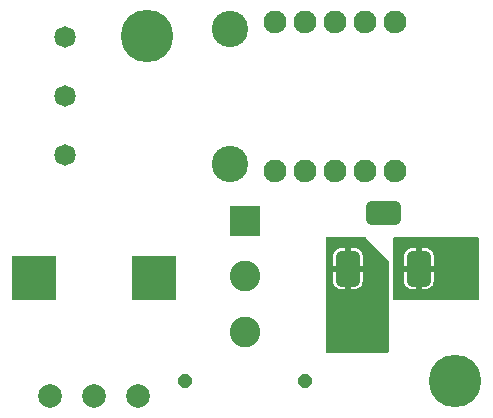
<source format=gbr>
G04 EAGLE Gerber RS-274X export*
G75*
%MOMM*%
%FSLAX34Y34*%
%LPD*%
%INBottom Copper*%
%IPPOS*%
%AMOC8*
5,1,8,0,0,1.08239X$1,22.5*%
G01*
%ADD10C,1.930400*%
%ADD11C,3.080000*%
%ADD12C,2.000000*%
%ADD13R,3.816000X3.816000*%
%ADD14R,2.590000X2.590000*%
%ADD15C,2.590000*%
%ADD16C,1.820000*%
%ADD17C,1.000000*%
%ADD18C,4.445000*%
%ADD19P,1.231672X8X22.500000*%
%ADD20C,0.654800*%

G36*
X336668Y62246D02*
X336668Y62246D01*
X336787Y62253D01*
X336825Y62266D01*
X336866Y62271D01*
X336976Y62314D01*
X337089Y62351D01*
X337124Y62373D01*
X337161Y62388D01*
X337257Y62458D01*
X337358Y62521D01*
X337386Y62551D01*
X337419Y62574D01*
X337495Y62666D01*
X337576Y62753D01*
X337596Y62788D01*
X337621Y62819D01*
X337672Y62927D01*
X337730Y63031D01*
X337740Y63071D01*
X337757Y63107D01*
X337779Y63224D01*
X337809Y63339D01*
X337813Y63400D01*
X337817Y63420D01*
X337815Y63440D01*
X337819Y63500D01*
X337819Y139700D01*
X337807Y139798D01*
X337804Y139897D01*
X337787Y139955D01*
X337779Y140016D01*
X337743Y140108D01*
X337715Y140203D01*
X337685Y140255D01*
X337662Y140311D01*
X337604Y140391D01*
X337554Y140477D01*
X337488Y140552D01*
X337476Y140569D01*
X337466Y140576D01*
X337448Y140598D01*
X318398Y159648D01*
X318319Y159708D01*
X318247Y159776D01*
X318194Y159805D01*
X318146Y159842D01*
X318055Y159882D01*
X317969Y159930D01*
X317910Y159945D01*
X317854Y159969D01*
X317756Y159984D01*
X317661Y160009D01*
X317561Y160015D01*
X317540Y160019D01*
X317528Y160017D01*
X317500Y160019D01*
X285750Y160019D01*
X285632Y160004D01*
X285513Y159997D01*
X285475Y159984D01*
X285434Y159979D01*
X285324Y159936D01*
X285211Y159899D01*
X285176Y159877D01*
X285139Y159862D01*
X285043Y159793D01*
X284942Y159729D01*
X284914Y159699D01*
X284881Y159676D01*
X284806Y159584D01*
X284724Y159497D01*
X284704Y159462D01*
X284679Y159431D01*
X284628Y159323D01*
X284570Y159219D01*
X284560Y159179D01*
X284543Y159143D01*
X284521Y159026D01*
X284491Y158911D01*
X284487Y158851D01*
X284483Y158831D01*
X284485Y158810D01*
X284481Y158750D01*
X284481Y63500D01*
X284496Y63382D01*
X284503Y63263D01*
X284516Y63225D01*
X284521Y63184D01*
X284564Y63074D01*
X284601Y62961D01*
X284623Y62926D01*
X284638Y62889D01*
X284708Y62793D01*
X284771Y62692D01*
X284801Y62664D01*
X284824Y62631D01*
X284916Y62556D01*
X285003Y62474D01*
X285038Y62454D01*
X285069Y62429D01*
X285177Y62378D01*
X285281Y62320D01*
X285321Y62310D01*
X285357Y62293D01*
X285474Y62271D01*
X285589Y62241D01*
X285650Y62237D01*
X285670Y62233D01*
X285690Y62235D01*
X285750Y62231D01*
X336550Y62231D01*
X336668Y62246D01*
G37*
G36*
X412868Y106696D02*
X412868Y106696D01*
X412987Y106703D01*
X413025Y106716D01*
X413066Y106721D01*
X413176Y106764D01*
X413289Y106801D01*
X413324Y106823D01*
X413361Y106838D01*
X413457Y106908D01*
X413558Y106971D01*
X413586Y107001D01*
X413619Y107024D01*
X413695Y107116D01*
X413776Y107203D01*
X413796Y107238D01*
X413821Y107269D01*
X413872Y107377D01*
X413930Y107481D01*
X413940Y107521D01*
X413957Y107557D01*
X413979Y107674D01*
X414009Y107789D01*
X414013Y107850D01*
X414017Y107870D01*
X414015Y107890D01*
X414019Y107950D01*
X414019Y158750D01*
X414004Y158868D01*
X413997Y158987D01*
X413984Y159025D01*
X413979Y159066D01*
X413936Y159176D01*
X413899Y159289D01*
X413877Y159324D01*
X413862Y159361D01*
X413793Y159457D01*
X413729Y159558D01*
X413699Y159586D01*
X413676Y159619D01*
X413584Y159695D01*
X413497Y159776D01*
X413462Y159796D01*
X413431Y159821D01*
X413323Y159872D01*
X413219Y159930D01*
X413179Y159940D01*
X413143Y159957D01*
X413026Y159979D01*
X412911Y160009D01*
X412851Y160013D01*
X412831Y160017D01*
X412810Y160015D01*
X412750Y160019D01*
X342900Y160019D01*
X342782Y160004D01*
X342663Y159997D01*
X342625Y159984D01*
X342584Y159979D01*
X342474Y159936D01*
X342361Y159899D01*
X342326Y159877D01*
X342289Y159862D01*
X342193Y159793D01*
X342092Y159729D01*
X342064Y159699D01*
X342031Y159676D01*
X341956Y159584D01*
X341874Y159497D01*
X341854Y159462D01*
X341829Y159431D01*
X341778Y159323D01*
X341720Y159219D01*
X341710Y159179D01*
X341693Y159143D01*
X341671Y159026D01*
X341641Y158911D01*
X341637Y158851D01*
X341633Y158831D01*
X341635Y158810D01*
X341634Y158806D01*
X341633Y158801D01*
X341634Y158795D01*
X341631Y158750D01*
X341631Y107950D01*
X341646Y107832D01*
X341653Y107713D01*
X341666Y107675D01*
X341671Y107634D01*
X341714Y107524D01*
X341751Y107411D01*
X341773Y107376D01*
X341788Y107339D01*
X341858Y107243D01*
X341921Y107142D01*
X341951Y107114D01*
X341974Y107081D01*
X342066Y107006D01*
X342153Y106924D01*
X342188Y106904D01*
X342219Y106879D01*
X342327Y106828D01*
X342431Y106770D01*
X342471Y106760D01*
X342507Y106743D01*
X342624Y106721D01*
X342739Y106691D01*
X342800Y106687D01*
X342820Y106683D01*
X342840Y106685D01*
X342900Y106681D01*
X412750Y106681D01*
X412868Y106696D01*
G37*
%LPC*%
G36*
X305839Y120990D02*
X305839Y120990D01*
X305824Y121108D01*
X305817Y121227D01*
X305804Y121265D01*
X305799Y121306D01*
X305755Y121416D01*
X305719Y121529D01*
X305697Y121564D01*
X305682Y121601D01*
X305612Y121697D01*
X305549Y121798D01*
X305519Y121826D01*
X305495Y121859D01*
X305404Y121935D01*
X305317Y122016D01*
X305282Y122036D01*
X305250Y122061D01*
X305143Y122112D01*
X305039Y122170D01*
X304999Y122180D01*
X304963Y122197D01*
X304846Y122219D01*
X304731Y122249D01*
X304670Y122253D01*
X304650Y122257D01*
X304630Y122255D01*
X304570Y122259D01*
X302030Y122259D01*
X301912Y122244D01*
X301793Y122237D01*
X301755Y122224D01*
X301715Y122219D01*
X301604Y122176D01*
X301491Y122139D01*
X301456Y122117D01*
X301419Y122102D01*
X301323Y122033D01*
X301222Y121969D01*
X301194Y121939D01*
X301161Y121916D01*
X301086Y121824D01*
X301004Y121737D01*
X300984Y121702D01*
X300959Y121671D01*
X300908Y121563D01*
X300850Y121459D01*
X300840Y121419D01*
X300823Y121383D01*
X300801Y121266D01*
X300771Y121151D01*
X300767Y121091D01*
X300763Y121071D01*
X300765Y121050D01*
X300761Y120990D01*
X300761Y115809D01*
X297557Y115809D01*
X296100Y116099D01*
X294728Y116667D01*
X293493Y117493D01*
X292443Y118543D01*
X291617Y119778D01*
X291049Y121150D01*
X290759Y122607D01*
X290759Y130811D01*
X294440Y130811D01*
X294558Y130826D01*
X294677Y130833D01*
X294715Y130846D01*
X294756Y130851D01*
X294866Y130894D01*
X294979Y130931D01*
X295014Y130953D01*
X295051Y130968D01*
X295147Y131038D01*
X295248Y131101D01*
X295276Y131131D01*
X295309Y131155D01*
X295385Y131246D01*
X295466Y131333D01*
X295486Y131368D01*
X295511Y131399D01*
X295562Y131507D01*
X295620Y131611D01*
X295630Y131651D01*
X295647Y131687D01*
X295669Y131804D01*
X295699Y131919D01*
X295703Y131980D01*
X295707Y132000D01*
X295705Y132020D01*
X295709Y132080D01*
X295709Y134620D01*
X295694Y134738D01*
X295687Y134857D01*
X295674Y134895D01*
X295669Y134935D01*
X295626Y135046D01*
X295589Y135159D01*
X295567Y135194D01*
X295552Y135231D01*
X295483Y135327D01*
X295419Y135428D01*
X295389Y135456D01*
X295366Y135488D01*
X295274Y135564D01*
X295187Y135646D01*
X295152Y135665D01*
X295121Y135691D01*
X295013Y135742D01*
X294909Y135799D01*
X294869Y135810D01*
X294833Y135827D01*
X294716Y135849D01*
X294601Y135879D01*
X294541Y135883D01*
X294521Y135887D01*
X294500Y135885D01*
X294440Y135889D01*
X290759Y135889D01*
X290759Y144093D01*
X291049Y145550D01*
X291617Y146922D01*
X292443Y148157D01*
X293493Y149207D01*
X294728Y150033D01*
X296100Y150601D01*
X297557Y150891D01*
X300761Y150891D01*
X300761Y145710D01*
X300776Y145592D01*
X300783Y145473D01*
X300796Y145435D01*
X300801Y145394D01*
X300844Y145284D01*
X300881Y145171D01*
X300903Y145136D01*
X300918Y145099D01*
X300988Y145003D01*
X301051Y144902D01*
X301081Y144874D01*
X301105Y144841D01*
X301196Y144765D01*
X301283Y144684D01*
X301318Y144664D01*
X301349Y144639D01*
X301457Y144588D01*
X301561Y144530D01*
X301601Y144520D01*
X301637Y144503D01*
X301754Y144481D01*
X301869Y144451D01*
X301930Y144447D01*
X301950Y144443D01*
X301970Y144445D01*
X302030Y144441D01*
X304570Y144441D01*
X304688Y144456D01*
X304807Y144463D01*
X304845Y144476D01*
X304885Y144481D01*
X304996Y144524D01*
X305109Y144561D01*
X305144Y144583D01*
X305181Y144598D01*
X305277Y144667D01*
X305378Y144731D01*
X305406Y144761D01*
X305438Y144784D01*
X305514Y144876D01*
X305596Y144963D01*
X305615Y144998D01*
X305641Y145029D01*
X305692Y145137D01*
X305749Y145241D01*
X305760Y145281D01*
X305777Y145317D01*
X305799Y145434D01*
X305829Y145549D01*
X305833Y145609D01*
X305837Y145629D01*
X305835Y145650D01*
X305839Y145710D01*
X305839Y150891D01*
X309043Y150891D01*
X310500Y150601D01*
X311872Y150033D01*
X313107Y149207D01*
X314157Y148157D01*
X314983Y146922D01*
X315551Y145550D01*
X315841Y144093D01*
X315841Y135889D01*
X312160Y135889D01*
X312042Y135874D01*
X311923Y135867D01*
X311885Y135854D01*
X311844Y135849D01*
X311734Y135805D01*
X311621Y135769D01*
X311586Y135747D01*
X311549Y135732D01*
X311453Y135662D01*
X311352Y135599D01*
X311324Y135569D01*
X311291Y135545D01*
X311215Y135454D01*
X311134Y135367D01*
X311114Y135332D01*
X311089Y135300D01*
X311038Y135193D01*
X310980Y135089D01*
X310970Y135049D01*
X310953Y135013D01*
X310931Y134896D01*
X310901Y134781D01*
X310897Y134720D01*
X310893Y134700D01*
X310895Y134680D01*
X310891Y134620D01*
X310891Y132080D01*
X310906Y131962D01*
X310913Y131843D01*
X310926Y131805D01*
X310931Y131765D01*
X310974Y131654D01*
X311011Y131541D01*
X311033Y131506D01*
X311048Y131469D01*
X311117Y131373D01*
X311181Y131272D01*
X311211Y131244D01*
X311234Y131211D01*
X311326Y131136D01*
X311413Y131054D01*
X311448Y131034D01*
X311479Y131009D01*
X311587Y130958D01*
X311691Y130900D01*
X311731Y130890D01*
X311767Y130873D01*
X311884Y130851D01*
X311999Y130821D01*
X312059Y130817D01*
X312079Y130813D01*
X312100Y130815D01*
X312160Y130811D01*
X315841Y130811D01*
X315841Y122607D01*
X315551Y121150D01*
X314983Y119778D01*
X314157Y118543D01*
X313107Y117493D01*
X311872Y116667D01*
X310500Y116099D01*
X309043Y115809D01*
X305839Y115809D01*
X305839Y120990D01*
G37*
%LPD*%
%LPC*%
G36*
X365839Y120990D02*
X365839Y120990D01*
X365824Y121108D01*
X365817Y121227D01*
X365804Y121265D01*
X365799Y121306D01*
X365755Y121416D01*
X365719Y121529D01*
X365697Y121564D01*
X365682Y121601D01*
X365612Y121697D01*
X365549Y121798D01*
X365519Y121826D01*
X365495Y121859D01*
X365404Y121935D01*
X365317Y122016D01*
X365282Y122036D01*
X365250Y122061D01*
X365143Y122112D01*
X365039Y122170D01*
X364999Y122180D01*
X364963Y122197D01*
X364846Y122219D01*
X364731Y122249D01*
X364670Y122253D01*
X364650Y122257D01*
X364630Y122255D01*
X364570Y122259D01*
X362030Y122259D01*
X361912Y122244D01*
X361793Y122237D01*
X361755Y122224D01*
X361715Y122219D01*
X361604Y122176D01*
X361491Y122139D01*
X361456Y122117D01*
X361419Y122102D01*
X361323Y122033D01*
X361222Y121969D01*
X361194Y121939D01*
X361161Y121916D01*
X361086Y121824D01*
X361004Y121737D01*
X360984Y121702D01*
X360959Y121671D01*
X360908Y121563D01*
X360850Y121459D01*
X360840Y121419D01*
X360823Y121383D01*
X360801Y121266D01*
X360771Y121151D01*
X360767Y121091D01*
X360763Y121071D01*
X360765Y121050D01*
X360761Y120990D01*
X360761Y115809D01*
X357557Y115809D01*
X356100Y116099D01*
X354728Y116667D01*
X353493Y117493D01*
X352443Y118543D01*
X351617Y119778D01*
X351049Y121150D01*
X350759Y122607D01*
X350759Y130811D01*
X354440Y130811D01*
X354558Y130826D01*
X354677Y130833D01*
X354715Y130846D01*
X354756Y130851D01*
X354866Y130894D01*
X354979Y130931D01*
X355014Y130953D01*
X355051Y130968D01*
X355147Y131038D01*
X355248Y131101D01*
X355276Y131131D01*
X355309Y131155D01*
X355385Y131246D01*
X355466Y131333D01*
X355486Y131368D01*
X355511Y131399D01*
X355562Y131507D01*
X355620Y131611D01*
X355630Y131651D01*
X355647Y131687D01*
X355669Y131804D01*
X355699Y131919D01*
X355703Y131980D01*
X355707Y132000D01*
X355705Y132020D01*
X355709Y132080D01*
X355709Y134620D01*
X355694Y134738D01*
X355687Y134857D01*
X355674Y134895D01*
X355669Y134935D01*
X355626Y135046D01*
X355589Y135159D01*
X355567Y135194D01*
X355552Y135231D01*
X355483Y135327D01*
X355419Y135428D01*
X355389Y135456D01*
X355366Y135488D01*
X355274Y135564D01*
X355187Y135646D01*
X355152Y135665D01*
X355121Y135691D01*
X355013Y135742D01*
X354909Y135799D01*
X354869Y135810D01*
X354833Y135827D01*
X354716Y135849D01*
X354601Y135879D01*
X354541Y135883D01*
X354521Y135887D01*
X354500Y135885D01*
X354440Y135889D01*
X350759Y135889D01*
X350759Y144093D01*
X351049Y145550D01*
X351617Y146922D01*
X352443Y148157D01*
X353493Y149207D01*
X354728Y150033D01*
X356100Y150601D01*
X357557Y150891D01*
X360761Y150891D01*
X360761Y145710D01*
X360776Y145592D01*
X360783Y145473D01*
X360796Y145435D01*
X360801Y145394D01*
X360844Y145284D01*
X360881Y145171D01*
X360903Y145136D01*
X360918Y145099D01*
X360988Y145003D01*
X361051Y144902D01*
X361081Y144874D01*
X361105Y144841D01*
X361196Y144765D01*
X361283Y144684D01*
X361318Y144664D01*
X361349Y144639D01*
X361457Y144588D01*
X361561Y144530D01*
X361601Y144520D01*
X361637Y144503D01*
X361754Y144481D01*
X361869Y144451D01*
X361930Y144447D01*
X361950Y144443D01*
X361970Y144445D01*
X362030Y144441D01*
X364570Y144441D01*
X364688Y144456D01*
X364807Y144463D01*
X364845Y144476D01*
X364885Y144481D01*
X364996Y144524D01*
X365109Y144561D01*
X365144Y144583D01*
X365181Y144598D01*
X365277Y144667D01*
X365378Y144731D01*
X365406Y144761D01*
X365438Y144784D01*
X365514Y144876D01*
X365596Y144963D01*
X365615Y144998D01*
X365641Y145029D01*
X365692Y145137D01*
X365749Y145241D01*
X365760Y145281D01*
X365777Y145317D01*
X365799Y145434D01*
X365829Y145549D01*
X365833Y145609D01*
X365837Y145629D01*
X365835Y145650D01*
X365839Y145710D01*
X365839Y150891D01*
X369043Y150891D01*
X370500Y150601D01*
X371872Y150033D01*
X373107Y149207D01*
X374157Y148157D01*
X374983Y146922D01*
X375551Y145550D01*
X375841Y144093D01*
X375841Y135889D01*
X372160Y135889D01*
X372042Y135874D01*
X371923Y135867D01*
X371885Y135854D01*
X371844Y135849D01*
X371734Y135805D01*
X371621Y135769D01*
X371586Y135747D01*
X371549Y135732D01*
X371453Y135662D01*
X371352Y135599D01*
X371324Y135569D01*
X371291Y135545D01*
X371215Y135454D01*
X371134Y135367D01*
X371114Y135332D01*
X371089Y135300D01*
X371038Y135193D01*
X370980Y135089D01*
X370970Y135049D01*
X370953Y135013D01*
X370931Y134896D01*
X370901Y134781D01*
X370897Y134720D01*
X370893Y134700D01*
X370894Y134689D01*
X370893Y134685D01*
X370894Y134672D01*
X370891Y134620D01*
X370891Y132080D01*
X370906Y131962D01*
X370913Y131843D01*
X370926Y131805D01*
X370931Y131765D01*
X370974Y131654D01*
X371011Y131541D01*
X371033Y131506D01*
X371048Y131469D01*
X371117Y131373D01*
X371181Y131272D01*
X371211Y131244D01*
X371234Y131211D01*
X371326Y131136D01*
X371413Y131054D01*
X371448Y131034D01*
X371479Y131009D01*
X371587Y130958D01*
X371691Y130900D01*
X371731Y130890D01*
X371767Y130873D01*
X371884Y130851D01*
X371999Y130821D01*
X372059Y130817D01*
X372079Y130813D01*
X372100Y130815D01*
X372160Y130811D01*
X375841Y130811D01*
X375841Y122607D01*
X375551Y121150D01*
X374983Y119778D01*
X374157Y118543D01*
X373107Y117493D01*
X371872Y116667D01*
X370500Y116099D01*
X369043Y115809D01*
X365839Y115809D01*
X365839Y120990D01*
G37*
%LPD*%
D10*
X342900Y342646D03*
X317500Y342646D03*
X292100Y342646D03*
X266700Y342646D03*
X241300Y342646D03*
X241300Y215900D03*
X266700Y215900D03*
X292100Y215900D03*
X317500Y215900D03*
X342900Y215900D03*
D11*
X203200Y336550D03*
X203200Y222250D03*
D12*
X50800Y25400D03*
X125730Y25400D03*
X88265Y25400D03*
D13*
X138811Y125222D03*
X37719Y125222D03*
D14*
X215900Y174000D03*
D15*
X215900Y127000D03*
X215900Y80000D03*
D16*
X63500Y229400D03*
X63500Y279400D03*
X63500Y329400D03*
D17*
X308300Y143350D02*
X308300Y123350D01*
X298300Y123350D01*
X298300Y143350D01*
X308300Y143350D01*
X308300Y132850D02*
X298300Y132850D01*
X298300Y142350D02*
X308300Y142350D01*
X368300Y143350D02*
X368300Y123350D01*
X358300Y123350D01*
X358300Y143350D01*
X368300Y143350D01*
X368300Y132850D02*
X358300Y132850D01*
X358300Y142350D02*
X368300Y142350D01*
X343300Y175350D02*
X323300Y175350D01*
X323300Y185350D01*
X343300Y185350D01*
X343300Y175350D01*
X343300Y184850D02*
X323300Y184850D01*
D18*
X133350Y330200D03*
X393700Y38100D03*
D19*
X165100Y38100D03*
X266700Y38100D03*
D20*
X400050Y120650D03*
X387350Y120650D03*
X387350Y133350D03*
X387350Y146050D03*
X400050Y133350D03*
X400050Y146050D03*
X298450Y101600D03*
X311150Y101600D03*
X323850Y101600D03*
X323850Y88900D03*
X311150Y88900D03*
X298450Y88900D03*
X298450Y76200D03*
X311150Y76200D03*
X323850Y76200D03*
M02*

</source>
